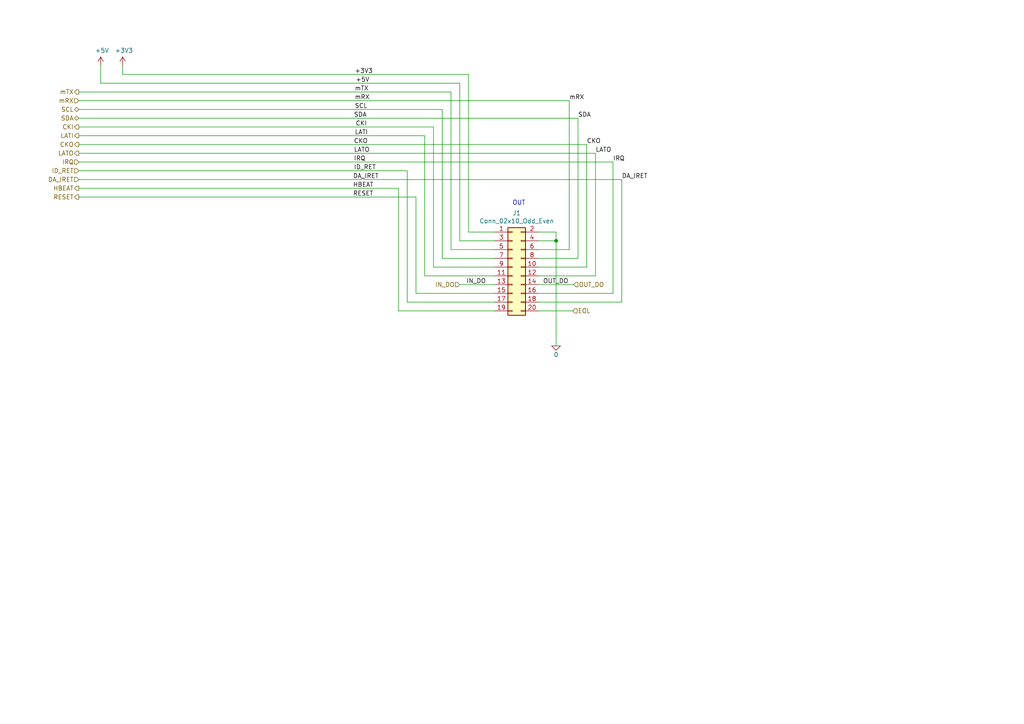
<source format=kicad_sch>
(kicad_sch (version 20211123) (generator eeschema)
  (paper "A4")
  (lib_symbols
    (symbol "Connector_Generic:Conn_02x10_Odd_Even" (pin_names (offset 1.016) hide)
      (property "Reference" "J" (at 1.27 12.7 0))
      (property "Value" "Conn_02x10_Odd_Even" (at 1.27 -15.24 0))
      (symbol "Conn_02x10_Odd_Even_1_1"
        (rectangle (start -1.27 -12.573) (end 0 -12.827) (stroke (width 0.1524)))
        (rectangle (start -1.27 -10.033) (end 0 -10.287) (stroke (width 0.1524)))
        (rectangle (start -1.27 -7.493) (end 0 -7.747) (stroke (width 0.1524)))
        (rectangle (start -1.27 -4.953) (end 0 -5.207) (stroke (width 0.1524)))
        (rectangle (start -1.27 -2.413) (end 0 -2.667) (stroke (width 0.1524)))
        (rectangle (start -1.27 0.127) (end 0 -0.127) (stroke (width 0.1524)))
        (rectangle (start -1.27 2.667) (end 0 2.413) (stroke (width 0.1524)))
        (rectangle (start -1.27 5.207) (end 0 4.953) (stroke (width 0.1524)))
        (rectangle (start -1.27 7.747) (end 0 7.493) (stroke (width 0.1524)))
        (rectangle (start -1.27 10.287) (end 0 10.033) (stroke (width 0.1524)))
        (rectangle (start -1.27 11.43) (end 3.81 -13.97) (stroke (width 0.254)) (fill (type background)))
        (rectangle (start 3.81 -12.573) (end 2.54 -12.827) (stroke (width 0.1524)))
        (rectangle (start 3.81 -10.033) (end 2.54 -10.287) (stroke (width 0.1524)))
        (rectangle (start 3.81 -7.493) (end 2.54 -7.747) (stroke (width 0.1524)))
        (rectangle (start 3.81 -4.953) (end 2.54 -5.207) (stroke (width 0.1524)))
        (rectangle (start 3.81 -2.413) (end 2.54 -2.667) (stroke (width 0.1524)))
        (rectangle (start 3.81 0.127) (end 2.54 -0.127) (stroke (width 0.1524)))
        (rectangle (start 3.81 2.667) (end 2.54 2.413) (stroke (width 0.1524)))
        (rectangle (start 3.81 5.207) (end 2.54 4.953) (stroke (width 0.1524)))
        (rectangle (start 3.81 7.747) (end 2.54 7.493) (stroke (width 0.1524)))
        (rectangle (start 3.81 10.287) (end 2.54 10.033) (stroke (width 0.1524)))
        (pin passive line (at -5.08 10.16 0) (length 3.81) (name "Pin_1") (number "1"))
        (pin passive line (at 7.62 0 180) (length 3.81) (name "Pin_10") (number "10"))
        (pin passive line (at -5.08 -2.54 0) (length 3.81) (name "Pin_11") (number "11"))
        (pin passive line (at 7.62 -2.54 180) (length 3.81) (name "Pin_12") (number "12"))
        (pin passive line (at -5.08 -5.08 0) (length 3.81) (name "Pin_13") (number "13"))
        (pin passive line (at 7.62 -5.08 180) (length 3.81) (name "Pin_14") (number "14"))
        (pin passive line (at -5.08 -7.62 0) (length 3.81) (name "Pin_15") (number "15"))
        (pin passive line (at 7.62 -7.62 180) (length 3.81) (name "Pin_16") (number "16"))
        (pin passive line (at -5.08 -10.16 0) (length 3.81) (name "Pin_17") (number "17"))
        (pin passive line (at 7.62 -10.16 180) (length 3.81) (name "Pin_18") (number "18"))
        (pin passive line (at -5.08 -12.7 0) (length 3.81) (name "Pin_19") (number "19"))
        (pin passive line (at 7.62 10.16 180) (length 3.81) (name "Pin_2") (number "2"))
        (pin passive line (at 7.62 -12.7 180) (length 3.81) (name "Pin_20") (number "20"))
        (pin passive line (at -5.08 7.62 0) (length 3.81) (name "Pin_3") (number "3"))
        (pin passive line (at 7.62 7.62 180) (length 3.81) (name "Pin_4") (number "4"))
        (pin passive line (at -5.08 5.08 0) (length 3.81) (name "Pin_5") (number "5"))
        (pin passive line (at 7.62 5.08 180) (length 3.81) (name "Pin_6") (number "6"))
        (pin passive line (at -5.08 2.54 0) (length 3.81) (name "Pin_7") (number "7"))
        (pin passive line (at 7.62 2.54 180) (length 3.81) (name "Pin_8") (number "8"))
        (pin passive line (at -5.08 0 0) (length 3.81) (name "Pin_9") (number "9"))
      )
    )
    (symbol "power:+3V3" (power) (pin_names (offset 0))
      (property "Value" "+3V3" (at 0 3.556 0))
      (symbol "+3V3_0_1"
        (polyline (pts (xy -0.762 1.27) (xy 0 2.54)))
        (polyline (pts (xy 0 0) (xy 0 2.54)))
        (polyline (pts (xy 0 2.54) (xy 0.762 1.27)))
      )
      (symbol "+3V3_1_1"
        (pin power_in line (at 0 0 90) (length 0) hide (name "+3V3") (number "1"))
      )
    )
    (symbol "power:+5V" (power) (pin_names (offset 0))
      (property "Value" "+5V" (at 0 3.556 0))
      (symbol "+5V_0_1"
        (polyline (pts (xy -0.762 1.27) (xy 0 2.54)))
        (polyline (pts (xy 0 0) (xy 0 2.54)))
        (polyline (pts (xy 0 2.54) (xy 0.762 1.27)))
      )
      (symbol "+5V_1_1"
        (pin power_in line (at 0 0 90) (length 0) hide (name "+5V") (number "1"))
      )
    )
    (symbol "pspice:0" (power) (pin_names (offset 0))
      (property "Value" "0" (at 0 -1.778 0))
      (symbol "0_0_1"
        (polyline (pts (xy -1.27 0) (xy 0 -1.27) (xy 1.27 0) (xy -1.27 0)))
      )
      (symbol "0_1_1"
        (pin power_in line (at 0 0 0) (length 0) hide (name "0") (number "1"))
      )
    )
  )
  (junction (at 161.29 69.85))
  (wire (pts (xy 143.51 67.31) (xy 135.89 67.31)))
  (wire (pts (xy 22.86 52.07) (xy 180.34 52.07)))
  (wire (pts (xy 118.11 87.63) (xy 118.11 49.53)))
  (wire (pts (xy 125.73 77.47) (xy 125.73 36.83)))
  (wire (pts (xy 172.72 80.01) (xy 172.72 44.45)))
  (wire (pts (xy 143.51 87.63) (xy 118.11 87.63)))
  (wire (pts (xy 143.51 85.09) (xy 120.65 85.09)))
  (wire (pts (xy 29.21 24.13) (xy 133.35 24.13)))
  (wire (pts (xy 143.51 74.93) (xy 128.27 74.93)))
  (wire (pts (xy 29.21 19.05) (xy 29.21 24.13)))
  (wire (pts (xy 133.35 69.85) (xy 133.35 24.13)))
  (wire (pts (xy 22.86 57.15) (xy 120.65 57.15)))
  (wire (pts (xy 35.56 21.59) (xy 135.89 21.59)))
  (wire (pts (xy 156.21 80.01) (xy 172.72 80.01)))
  (wire (pts (xy 161.29 67.31) (xy 156.21 67.31)))
  (wire (pts (xy 22.86 49.53) (xy 118.11 49.53)))
  (wire (pts (xy 22.86 44.45) (xy 172.72 44.45)))
  (wire (pts (xy 143.51 80.01) (xy 123.19 80.01)))
  (wire (pts (xy 22.86 26.67) (xy 130.81 26.67)))
  (wire (pts (xy 130.81 72.39) (xy 130.81 26.67)))
  (wire (pts (xy 35.56 19.05) (xy 35.56 21.59)))
  (wire (pts (xy 177.8 85.09) (xy 177.8 46.99)))
  (wire (pts (xy 22.86 41.91) (xy 170.18 41.91)))
  (wire (pts (xy 115.57 90.17) (xy 115.57 54.61)))
  (wire (pts (xy 161.29 69.85) (xy 161.29 67.31)))
  (wire (pts (xy 128.27 74.93) (xy 128.27 31.75)))
  (wire (pts (xy 177.8 85.09) (xy 156.21 85.09)))
  (wire (pts (xy 156.21 74.93) (xy 167.64 74.93)))
  (wire (pts (xy 180.34 87.63) (xy 180.34 52.07)))
  (wire (pts (xy 156.21 90.17) (xy 166.116 90.17)))
  (wire (pts (xy 143.51 77.47) (xy 125.73 77.47)))
  (wire (pts (xy 170.18 77.47) (xy 170.18 41.91)))
  (wire (pts (xy 156.21 77.47) (xy 170.18 77.47)))
  (wire (pts (xy 135.89 67.31) (xy 135.89 21.59)))
  (wire (pts (xy 22.86 39.37) (xy 123.19 39.37)))
  (wire (pts (xy 123.19 80.01) (xy 123.19 39.37)))
  (wire (pts (xy 161.29 100.33) (xy 161.29 69.85)))
  (wire (pts (xy 133.35 82.55) (xy 143.51 82.55)))
  (wire (pts (xy 156.21 72.39) (xy 165.1 72.39)))
  (wire (pts (xy 22.86 34.29) (xy 167.64 34.29)))
  (wire (pts (xy 22.86 31.75) (xy 128.27 31.75)))
  (wire (pts (xy 143.51 69.85) (xy 133.35 69.85)))
  (wire (pts (xy 22.86 36.83) (xy 125.73 36.83)))
  (wire (pts (xy 22.86 29.21) (xy 165.1 29.21)))
  (wire (pts (xy 143.51 90.17) (xy 115.57 90.17)))
  (wire (pts (xy 22.86 46.99) (xy 177.8 46.99)))
  (wire (pts (xy 120.65 85.09) (xy 120.65 57.15)))
  (wire (pts (xy 143.51 72.39) (xy 130.81 72.39)))
  (wire (pts (xy 22.86 54.61) (xy 115.57 54.61)))
  (wire (pts (xy 156.21 69.85) (xy 161.29 69.85)))
  (wire (pts (xy 165.1 72.39) (xy 165.1 29.21)))
  (wire (pts (xy 156.21 82.55) (xy 166.37 82.55)))
  (wire (pts (xy 156.21 87.63) (xy 180.34 87.63)))
  (wire (pts (xy 167.64 74.93) (xy 167.64 34.29)))
  (text "OUT" (at 148.59 59.69 0) (effects (font (size 1.27 1.27)) (justify left bottom)))
  (label "mTX" (at 102.87 26.67 0))
  (label "CKO" (at 102.616 41.91 0))
  (label "HBEAT" (at 102.362 54.61 0))
  (label "DA_IRET" (at 102.362 52.07 0))
  (label "SDA" (at 102.616 34.29 0))
  (label "ID_RET" (at 102.616 49.53 0))
  (label "OUT_DO" (at 157.48 82.55 0))
  (label "mRX" (at 165.1 29.21 0))
  (label "SDA" (at 167.64 34.29 0))
  (label "IRQ" (at 177.8 46.99 0))
  (label "LATO" (at 172.72 44.45 0))
  (label "RESET" (at 102.362 57.15 0))
  (label "mRX" (at 102.87 29.21 0))
  (label "LATO" (at 102.616 44.45 0))
  (label "+5V" (at 103.124 24.13 0))
  (label "IN_DO" (at 135.255 82.55 0))
  (label "CKO" (at 170.18 41.91 0))
  (label "LATI" (at 102.87 39.37 0))
  (label "DA_IRET" (at 180.34 52.07 0))
  (label "SCL" (at 102.87 31.75 0))
  (label "IRQ" (at 102.616 46.99 0))
  (label "+3V3" (at 102.87 21.59 0))
  (label "CKI" (at 103.124 36.83 0))
  (hierarchical_label "RESET" (shape output) (at 22.86 57.15 180))
  (hierarchical_label "ID_RET" (shape input) (at 22.86 49.53 180))
  (hierarchical_label "CKI" (shape output) (at 22.86 36.83 180))
  (hierarchical_label "mTX" (shape output) (at 22.86 26.67 180))
  (hierarchical_label "IN_DO" (shape input) (at 133.35 82.55 180))
  (hierarchical_label "SDA" (shape bidirectional) (at 22.86 34.29 180))
  (hierarchical_label "OUT_DO" (shape input) (at 166.37 82.55 0))
  (hierarchical_label "IRQ" (shape input) (at 22.86 46.99 180))
  (hierarchical_label "SCL" (shape bidirectional) (at 22.86 31.75 180))
  (hierarchical_label "DA_IRET" (shape input) (at 22.86 52.07 180))
  (hierarchical_label "CKO" (shape output) (at 22.86 41.91 180))
  (hierarchical_label "LATI" (shape output) (at 22.86 39.37 180))
  (hierarchical_label "HBEAT" (shape output) (at 22.86 54.61 180))
  (hierarchical_label "mRX" (shape input) (at 22.86 29.21 180))
  (hierarchical_label "EOL" (shape input) (at 166.116 90.17 0))
  (hierarchical_label "LATO" (shape output) (at 22.86 44.45 180))
  (symbol (lib_id "Connector_Generic:Conn_02x10_Odd_Even") (at 148.59 77.47 0) (unit 1)
    (property "Reference" "J1" (at 149.86 61.7982 0))
    (property "Value" "Conn_02x10_Odd_Even" (at 149.86 64.1096 0))
    (property "Footprint" "Connector_IDC:IDC-Header_2x10_P2.54mm_Vertical" (effects hide))
  )
  (symbol (lib_id "power:+3V3") (at 35.56 19.05 0) (unit 1)
    (property "Reference" "#PWR09" (effects hide))
    (property "Value" "+3V3" (at 35.941 14.6558 0))
  )
  (symbol (lib_id "power:+5V") (at 29.21 19.05 0) (unit 1)
    (property "Reference" "#PWR08" (effects hide))
    (property "Value" "+5V" (at 29.591 14.6558 0))
  )
  (symbol (lib_id "pspice:0") (at 161.29 100.33 0) (unit 1)
    (property "Reference" "#GND012" (effects hide))
    (property "Value" "0" (at 161.29 102.87 0))
  )
)
</source>
